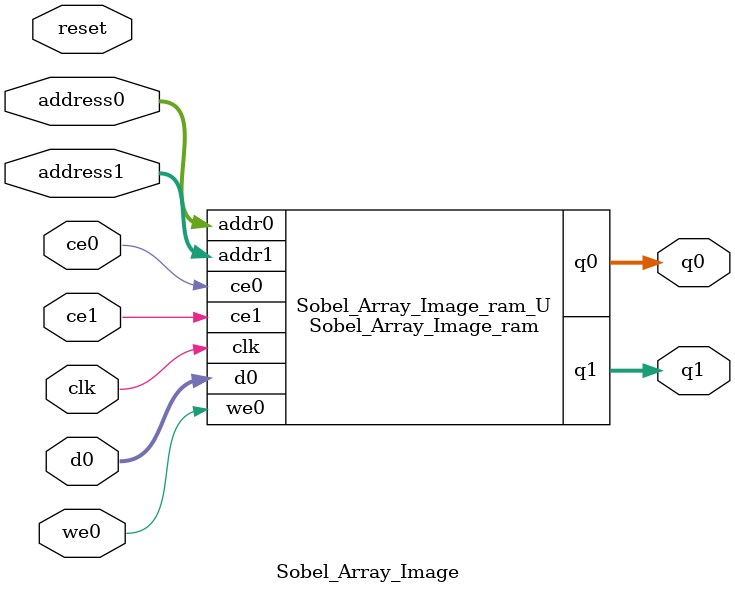
<source format=v>
`timescale 1 ns / 1 ps
module Sobel_Array_Image_ram (addr0, ce0, d0, we0, q0, addr1, ce1, q1,  clk);

parameter DWIDTH = 32;
parameter AWIDTH = 14;
parameter MEM_SIZE = 15000;

input[AWIDTH-1:0] addr0;
input ce0;
input[DWIDTH-1:0] d0;
input we0;
output reg[DWIDTH-1:0] q0;
input[AWIDTH-1:0] addr1;
input ce1;
output reg[DWIDTH-1:0] q1;
input clk;

reg [DWIDTH-1:0] ram[0:MEM_SIZE-1];




always @(posedge clk)  
begin 
    if (ce0) begin
        if (we0) 
            ram[addr0] <= d0; 
        q0 <= ram[addr0];
    end
end


always @(posedge clk)  
begin 
    if (ce1) begin
        q1 <= ram[addr1];
    end
end


endmodule

`timescale 1 ns / 1 ps
module Sobel_Array_Image(
    reset,
    clk,
    address0,
    ce0,
    we0,
    d0,
    q0,
    address1,
    ce1,
    q1);

parameter DataWidth = 32'd32;
parameter AddressRange = 32'd15000;
parameter AddressWidth = 32'd14;
input reset;
input clk;
input[AddressWidth - 1:0] address0;
input ce0;
input we0;
input[DataWidth - 1:0] d0;
output[DataWidth - 1:0] q0;
input[AddressWidth - 1:0] address1;
input ce1;
output[DataWidth - 1:0] q1;



Sobel_Array_Image_ram Sobel_Array_Image_ram_U(
    .clk( clk ),
    .addr0( address0 ),
    .ce0( ce0 ),
    .we0( we0 ),
    .d0( d0 ),
    .q0( q0 ),
    .addr1( address1 ),
    .ce1( ce1 ),
    .q1( q1 ));

endmodule


</source>
